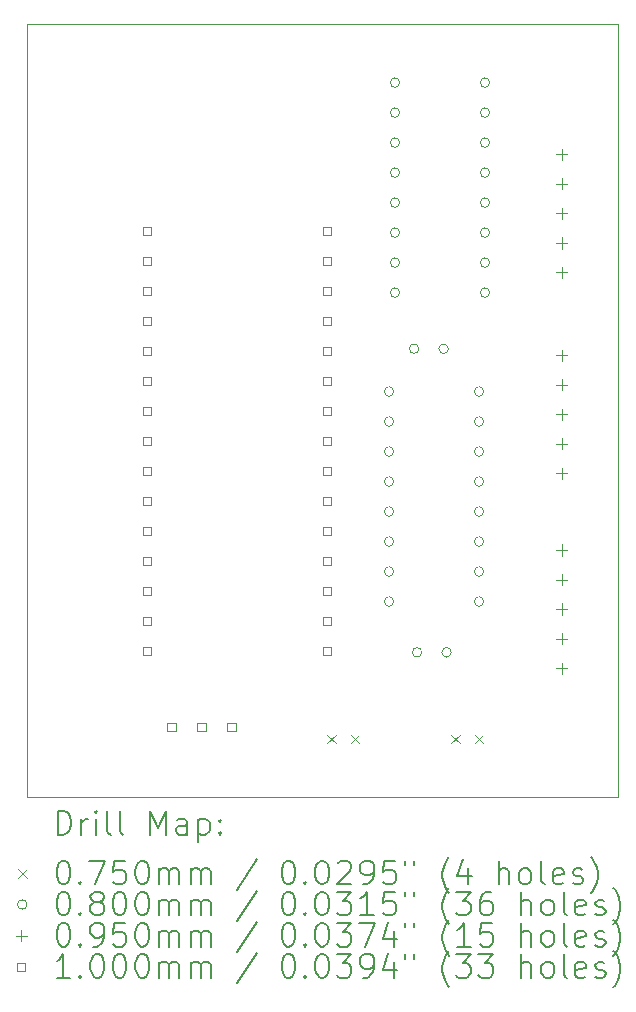
<source format=gbr>
%TF.GenerationSoftware,KiCad,Pcbnew,8.0.3*%
%TF.CreationDate,2024-06-17T15:26:27+02:00*%
%TF.ProjectId,OFMBearBoard1_0_Bruno,4f464d42-6561-4724-926f-617264315f30,1.1*%
%TF.SameCoordinates,Original*%
%TF.FileFunction,Drillmap*%
%TF.FilePolarity,Positive*%
%FSLAX45Y45*%
G04 Gerber Fmt 4.5, Leading zero omitted, Abs format (unit mm)*
G04 Created by KiCad (PCBNEW 8.0.3) date 2024-06-17 15:26:27*
%MOMM*%
%LPD*%
G01*
G04 APERTURE LIST*
%ADD10C,0.050000*%
%ADD11C,0.200000*%
%ADD12C,0.100000*%
G04 APERTURE END LIST*
D10*
X7925000Y-2145000D02*
X12925000Y-2145000D01*
X12925000Y-8695000D01*
X7925000Y-8695000D01*
X7925000Y-2145000D01*
D11*
D12*
X10462500Y-8162500D02*
X10537500Y-8237500D01*
X10537500Y-8162500D02*
X10462500Y-8237500D01*
X10662500Y-8162500D02*
X10737500Y-8237500D01*
X10737500Y-8162500D02*
X10662500Y-8237500D01*
X11512500Y-8162500D02*
X11587500Y-8237500D01*
X11587500Y-8162500D02*
X11512500Y-8237500D01*
X11712500Y-8162500D02*
X11787500Y-8237500D01*
X11787500Y-8162500D02*
X11712500Y-8237500D01*
X11028000Y-5258000D02*
G75*
G02*
X10948000Y-5258000I-40000J0D01*
G01*
X10948000Y-5258000D02*
G75*
G02*
X11028000Y-5258000I40000J0D01*
G01*
X11028000Y-5512000D02*
G75*
G02*
X10948000Y-5512000I-40000J0D01*
G01*
X10948000Y-5512000D02*
G75*
G02*
X11028000Y-5512000I40000J0D01*
G01*
X11028000Y-5766000D02*
G75*
G02*
X10948000Y-5766000I-40000J0D01*
G01*
X10948000Y-5766000D02*
G75*
G02*
X11028000Y-5766000I40000J0D01*
G01*
X11028000Y-6020000D02*
G75*
G02*
X10948000Y-6020000I-40000J0D01*
G01*
X10948000Y-6020000D02*
G75*
G02*
X11028000Y-6020000I40000J0D01*
G01*
X11028000Y-6274000D02*
G75*
G02*
X10948000Y-6274000I-40000J0D01*
G01*
X10948000Y-6274000D02*
G75*
G02*
X11028000Y-6274000I40000J0D01*
G01*
X11028000Y-6528000D02*
G75*
G02*
X10948000Y-6528000I-40000J0D01*
G01*
X10948000Y-6528000D02*
G75*
G02*
X11028000Y-6528000I40000J0D01*
G01*
X11028000Y-6782000D02*
G75*
G02*
X10948000Y-6782000I-40000J0D01*
G01*
X10948000Y-6782000D02*
G75*
G02*
X11028000Y-6782000I40000J0D01*
G01*
X11028000Y-7036000D02*
G75*
G02*
X10948000Y-7036000I-40000J0D01*
G01*
X10948000Y-7036000D02*
G75*
G02*
X11028000Y-7036000I40000J0D01*
G01*
X11078000Y-2642000D02*
G75*
G02*
X10998000Y-2642000I-40000J0D01*
G01*
X10998000Y-2642000D02*
G75*
G02*
X11078000Y-2642000I40000J0D01*
G01*
X11078000Y-2896000D02*
G75*
G02*
X10998000Y-2896000I-40000J0D01*
G01*
X10998000Y-2896000D02*
G75*
G02*
X11078000Y-2896000I40000J0D01*
G01*
X11078000Y-3150000D02*
G75*
G02*
X10998000Y-3150000I-40000J0D01*
G01*
X10998000Y-3150000D02*
G75*
G02*
X11078000Y-3150000I40000J0D01*
G01*
X11078000Y-3404000D02*
G75*
G02*
X10998000Y-3404000I-40000J0D01*
G01*
X10998000Y-3404000D02*
G75*
G02*
X11078000Y-3404000I40000J0D01*
G01*
X11078000Y-3658000D02*
G75*
G02*
X10998000Y-3658000I-40000J0D01*
G01*
X10998000Y-3658000D02*
G75*
G02*
X11078000Y-3658000I40000J0D01*
G01*
X11078000Y-3912000D02*
G75*
G02*
X10998000Y-3912000I-40000J0D01*
G01*
X10998000Y-3912000D02*
G75*
G02*
X11078000Y-3912000I40000J0D01*
G01*
X11078000Y-4166000D02*
G75*
G02*
X10998000Y-4166000I-40000J0D01*
G01*
X10998000Y-4166000D02*
G75*
G02*
X11078000Y-4166000I40000J0D01*
G01*
X11078000Y-4420000D02*
G75*
G02*
X10998000Y-4420000I-40000J0D01*
G01*
X10998000Y-4420000D02*
G75*
G02*
X11078000Y-4420000I40000J0D01*
G01*
X11240000Y-4896000D02*
G75*
G02*
X11160000Y-4896000I-40000J0D01*
G01*
X11160000Y-4896000D02*
G75*
G02*
X11240000Y-4896000I40000J0D01*
G01*
X11265000Y-7466000D02*
G75*
G02*
X11185000Y-7466000I-40000J0D01*
G01*
X11185000Y-7466000D02*
G75*
G02*
X11265000Y-7466000I40000J0D01*
G01*
X11490000Y-4896000D02*
G75*
G02*
X11410000Y-4896000I-40000J0D01*
G01*
X11410000Y-4896000D02*
G75*
G02*
X11490000Y-4896000I40000J0D01*
G01*
X11515000Y-7466000D02*
G75*
G02*
X11435000Y-7466000I-40000J0D01*
G01*
X11435000Y-7466000D02*
G75*
G02*
X11515000Y-7466000I40000J0D01*
G01*
X11790000Y-5258000D02*
G75*
G02*
X11710000Y-5258000I-40000J0D01*
G01*
X11710000Y-5258000D02*
G75*
G02*
X11790000Y-5258000I40000J0D01*
G01*
X11790000Y-5512000D02*
G75*
G02*
X11710000Y-5512000I-40000J0D01*
G01*
X11710000Y-5512000D02*
G75*
G02*
X11790000Y-5512000I40000J0D01*
G01*
X11790000Y-5766000D02*
G75*
G02*
X11710000Y-5766000I-40000J0D01*
G01*
X11710000Y-5766000D02*
G75*
G02*
X11790000Y-5766000I40000J0D01*
G01*
X11790000Y-6020000D02*
G75*
G02*
X11710000Y-6020000I-40000J0D01*
G01*
X11710000Y-6020000D02*
G75*
G02*
X11790000Y-6020000I40000J0D01*
G01*
X11790000Y-6274000D02*
G75*
G02*
X11710000Y-6274000I-40000J0D01*
G01*
X11710000Y-6274000D02*
G75*
G02*
X11790000Y-6274000I40000J0D01*
G01*
X11790000Y-6528000D02*
G75*
G02*
X11710000Y-6528000I-40000J0D01*
G01*
X11710000Y-6528000D02*
G75*
G02*
X11790000Y-6528000I40000J0D01*
G01*
X11790000Y-6782000D02*
G75*
G02*
X11710000Y-6782000I-40000J0D01*
G01*
X11710000Y-6782000D02*
G75*
G02*
X11790000Y-6782000I40000J0D01*
G01*
X11790000Y-7036000D02*
G75*
G02*
X11710000Y-7036000I-40000J0D01*
G01*
X11710000Y-7036000D02*
G75*
G02*
X11790000Y-7036000I40000J0D01*
G01*
X11840000Y-2642000D02*
G75*
G02*
X11760000Y-2642000I-40000J0D01*
G01*
X11760000Y-2642000D02*
G75*
G02*
X11840000Y-2642000I40000J0D01*
G01*
X11840000Y-2896000D02*
G75*
G02*
X11760000Y-2896000I-40000J0D01*
G01*
X11760000Y-2896000D02*
G75*
G02*
X11840000Y-2896000I40000J0D01*
G01*
X11840000Y-3150000D02*
G75*
G02*
X11760000Y-3150000I-40000J0D01*
G01*
X11760000Y-3150000D02*
G75*
G02*
X11840000Y-3150000I40000J0D01*
G01*
X11840000Y-3404000D02*
G75*
G02*
X11760000Y-3404000I-40000J0D01*
G01*
X11760000Y-3404000D02*
G75*
G02*
X11840000Y-3404000I40000J0D01*
G01*
X11840000Y-3658000D02*
G75*
G02*
X11760000Y-3658000I-40000J0D01*
G01*
X11760000Y-3658000D02*
G75*
G02*
X11840000Y-3658000I40000J0D01*
G01*
X11840000Y-3912000D02*
G75*
G02*
X11760000Y-3912000I-40000J0D01*
G01*
X11760000Y-3912000D02*
G75*
G02*
X11840000Y-3912000I40000J0D01*
G01*
X11840000Y-4166000D02*
G75*
G02*
X11760000Y-4166000I-40000J0D01*
G01*
X11760000Y-4166000D02*
G75*
G02*
X11840000Y-4166000I40000J0D01*
G01*
X11840000Y-4420000D02*
G75*
G02*
X11760000Y-4420000I-40000J0D01*
G01*
X11760000Y-4420000D02*
G75*
G02*
X11840000Y-4420000I40000J0D01*
G01*
X12450000Y-3202500D02*
X12450000Y-3297500D01*
X12402500Y-3250000D02*
X12497500Y-3250000D01*
X12450000Y-3452500D02*
X12450000Y-3547500D01*
X12402500Y-3500000D02*
X12497500Y-3500000D01*
X12450000Y-3702500D02*
X12450000Y-3797500D01*
X12402500Y-3750000D02*
X12497500Y-3750000D01*
X12450000Y-3952500D02*
X12450000Y-4047500D01*
X12402500Y-4000000D02*
X12497500Y-4000000D01*
X12450000Y-4202500D02*
X12450000Y-4297500D01*
X12402500Y-4250000D02*
X12497500Y-4250000D01*
X12450000Y-4902500D02*
X12450000Y-4997500D01*
X12402500Y-4950000D02*
X12497500Y-4950000D01*
X12450000Y-5152500D02*
X12450000Y-5247500D01*
X12402500Y-5200000D02*
X12497500Y-5200000D01*
X12450000Y-5402500D02*
X12450000Y-5497500D01*
X12402500Y-5450000D02*
X12497500Y-5450000D01*
X12450000Y-5652500D02*
X12450000Y-5747500D01*
X12402500Y-5700000D02*
X12497500Y-5700000D01*
X12450000Y-5902500D02*
X12450000Y-5997500D01*
X12402500Y-5950000D02*
X12497500Y-5950000D01*
X12450000Y-6552500D02*
X12450000Y-6647500D01*
X12402500Y-6600000D02*
X12497500Y-6600000D01*
X12450000Y-6802500D02*
X12450000Y-6897500D01*
X12402500Y-6850000D02*
X12497500Y-6850000D01*
X12450000Y-7052500D02*
X12450000Y-7147500D01*
X12402500Y-7100000D02*
X12497500Y-7100000D01*
X12450000Y-7302500D02*
X12450000Y-7397500D01*
X12402500Y-7350000D02*
X12497500Y-7350000D01*
X12450000Y-7552500D02*
X12450000Y-7647500D01*
X12402500Y-7600000D02*
X12497500Y-7600000D01*
X8972356Y-3934356D02*
X8972356Y-3863644D01*
X8901644Y-3863644D01*
X8901644Y-3934356D01*
X8972356Y-3934356D01*
X8972356Y-4188356D02*
X8972356Y-4117644D01*
X8901644Y-4117644D01*
X8901644Y-4188356D01*
X8972356Y-4188356D01*
X8972356Y-4442356D02*
X8972356Y-4371644D01*
X8901644Y-4371644D01*
X8901644Y-4442356D01*
X8972356Y-4442356D01*
X8972356Y-4696356D02*
X8972356Y-4625644D01*
X8901644Y-4625644D01*
X8901644Y-4696356D01*
X8972356Y-4696356D01*
X8972356Y-4950356D02*
X8972356Y-4879644D01*
X8901644Y-4879644D01*
X8901644Y-4950356D01*
X8972356Y-4950356D01*
X8972356Y-5204356D02*
X8972356Y-5133644D01*
X8901644Y-5133644D01*
X8901644Y-5204356D01*
X8972356Y-5204356D01*
X8972356Y-5458356D02*
X8972356Y-5387644D01*
X8901644Y-5387644D01*
X8901644Y-5458356D01*
X8972356Y-5458356D01*
X8972356Y-5712356D02*
X8972356Y-5641644D01*
X8901644Y-5641644D01*
X8901644Y-5712356D01*
X8972356Y-5712356D01*
X8972356Y-5966356D02*
X8972356Y-5895644D01*
X8901644Y-5895644D01*
X8901644Y-5966356D01*
X8972356Y-5966356D01*
X8972356Y-6220356D02*
X8972356Y-6149644D01*
X8901644Y-6149644D01*
X8901644Y-6220356D01*
X8972356Y-6220356D01*
X8972356Y-6474356D02*
X8972356Y-6403644D01*
X8901644Y-6403644D01*
X8901644Y-6474356D01*
X8972356Y-6474356D01*
X8972356Y-6728356D02*
X8972356Y-6657644D01*
X8901644Y-6657644D01*
X8901644Y-6728356D01*
X8972356Y-6728356D01*
X8972356Y-6982356D02*
X8972356Y-6911644D01*
X8901644Y-6911644D01*
X8901644Y-6982356D01*
X8972356Y-6982356D01*
X8972356Y-7236356D02*
X8972356Y-7165644D01*
X8901644Y-7165644D01*
X8901644Y-7236356D01*
X8972356Y-7236356D01*
X8972356Y-7490356D02*
X8972356Y-7419644D01*
X8901644Y-7419644D01*
X8901644Y-7490356D01*
X8972356Y-7490356D01*
X9182856Y-8135356D02*
X9182856Y-8064644D01*
X9112144Y-8064644D01*
X9112144Y-8135356D01*
X9182856Y-8135356D01*
X9436856Y-8135356D02*
X9436856Y-8064644D01*
X9366144Y-8064644D01*
X9366144Y-8135356D01*
X9436856Y-8135356D01*
X9690856Y-8135356D02*
X9690856Y-8064644D01*
X9620144Y-8064644D01*
X9620144Y-8135356D01*
X9690856Y-8135356D01*
X10496356Y-3934356D02*
X10496356Y-3863644D01*
X10425644Y-3863644D01*
X10425644Y-3934356D01*
X10496356Y-3934356D01*
X10496356Y-4188356D02*
X10496356Y-4117644D01*
X10425644Y-4117644D01*
X10425644Y-4188356D01*
X10496356Y-4188356D01*
X10496356Y-4442356D02*
X10496356Y-4371644D01*
X10425644Y-4371644D01*
X10425644Y-4442356D01*
X10496356Y-4442356D01*
X10496356Y-4696356D02*
X10496356Y-4625644D01*
X10425644Y-4625644D01*
X10425644Y-4696356D01*
X10496356Y-4696356D01*
X10496356Y-4950356D02*
X10496356Y-4879644D01*
X10425644Y-4879644D01*
X10425644Y-4950356D01*
X10496356Y-4950356D01*
X10496356Y-5204356D02*
X10496356Y-5133644D01*
X10425644Y-5133644D01*
X10425644Y-5204356D01*
X10496356Y-5204356D01*
X10496356Y-5458356D02*
X10496356Y-5387644D01*
X10425644Y-5387644D01*
X10425644Y-5458356D01*
X10496356Y-5458356D01*
X10496356Y-5712356D02*
X10496356Y-5641644D01*
X10425644Y-5641644D01*
X10425644Y-5712356D01*
X10496356Y-5712356D01*
X10496356Y-5966356D02*
X10496356Y-5895644D01*
X10425644Y-5895644D01*
X10425644Y-5966356D01*
X10496356Y-5966356D01*
X10496356Y-6220356D02*
X10496356Y-6149644D01*
X10425644Y-6149644D01*
X10425644Y-6220356D01*
X10496356Y-6220356D01*
X10496356Y-6474356D02*
X10496356Y-6403644D01*
X10425644Y-6403644D01*
X10425644Y-6474356D01*
X10496356Y-6474356D01*
X10496356Y-6728356D02*
X10496356Y-6657644D01*
X10425644Y-6657644D01*
X10425644Y-6728356D01*
X10496356Y-6728356D01*
X10496356Y-6982356D02*
X10496356Y-6911644D01*
X10425644Y-6911644D01*
X10425644Y-6982356D01*
X10496356Y-6982356D01*
X10496356Y-7236356D02*
X10496356Y-7165644D01*
X10425644Y-7165644D01*
X10425644Y-7236356D01*
X10496356Y-7236356D01*
X10496356Y-7490356D02*
X10496356Y-7419644D01*
X10425644Y-7419644D01*
X10425644Y-7490356D01*
X10496356Y-7490356D01*
D11*
X8183277Y-9008984D02*
X8183277Y-8808984D01*
X8183277Y-8808984D02*
X8230896Y-8808984D01*
X8230896Y-8808984D02*
X8259467Y-8818508D01*
X8259467Y-8818508D02*
X8278515Y-8837555D01*
X8278515Y-8837555D02*
X8288039Y-8856603D01*
X8288039Y-8856603D02*
X8297562Y-8894698D01*
X8297562Y-8894698D02*
X8297562Y-8923270D01*
X8297562Y-8923270D02*
X8288039Y-8961365D01*
X8288039Y-8961365D02*
X8278515Y-8980412D01*
X8278515Y-8980412D02*
X8259467Y-8999460D01*
X8259467Y-8999460D02*
X8230896Y-9008984D01*
X8230896Y-9008984D02*
X8183277Y-9008984D01*
X8383277Y-9008984D02*
X8383277Y-8875650D01*
X8383277Y-8913746D02*
X8392801Y-8894698D01*
X8392801Y-8894698D02*
X8402324Y-8885174D01*
X8402324Y-8885174D02*
X8421372Y-8875650D01*
X8421372Y-8875650D02*
X8440420Y-8875650D01*
X8507086Y-9008984D02*
X8507086Y-8875650D01*
X8507086Y-8808984D02*
X8497563Y-8818508D01*
X8497563Y-8818508D02*
X8507086Y-8828031D01*
X8507086Y-8828031D02*
X8516610Y-8818508D01*
X8516610Y-8818508D02*
X8507086Y-8808984D01*
X8507086Y-8808984D02*
X8507086Y-8828031D01*
X8630896Y-9008984D02*
X8611848Y-8999460D01*
X8611848Y-8999460D02*
X8602324Y-8980412D01*
X8602324Y-8980412D02*
X8602324Y-8808984D01*
X8735658Y-9008984D02*
X8716610Y-8999460D01*
X8716610Y-8999460D02*
X8707086Y-8980412D01*
X8707086Y-8980412D02*
X8707086Y-8808984D01*
X8964229Y-9008984D02*
X8964229Y-8808984D01*
X8964229Y-8808984D02*
X9030896Y-8951841D01*
X9030896Y-8951841D02*
X9097563Y-8808984D01*
X9097563Y-8808984D02*
X9097563Y-9008984D01*
X9278515Y-9008984D02*
X9278515Y-8904222D01*
X9278515Y-8904222D02*
X9268991Y-8885174D01*
X9268991Y-8885174D02*
X9249944Y-8875650D01*
X9249944Y-8875650D02*
X9211848Y-8875650D01*
X9211848Y-8875650D02*
X9192801Y-8885174D01*
X9278515Y-8999460D02*
X9259467Y-9008984D01*
X9259467Y-9008984D02*
X9211848Y-9008984D01*
X9211848Y-9008984D02*
X9192801Y-8999460D01*
X9192801Y-8999460D02*
X9183277Y-8980412D01*
X9183277Y-8980412D02*
X9183277Y-8961365D01*
X9183277Y-8961365D02*
X9192801Y-8942317D01*
X9192801Y-8942317D02*
X9211848Y-8932793D01*
X9211848Y-8932793D02*
X9259467Y-8932793D01*
X9259467Y-8932793D02*
X9278515Y-8923270D01*
X9373753Y-8875650D02*
X9373753Y-9075650D01*
X9373753Y-8885174D02*
X9392801Y-8875650D01*
X9392801Y-8875650D02*
X9430896Y-8875650D01*
X9430896Y-8875650D02*
X9449944Y-8885174D01*
X9449944Y-8885174D02*
X9459467Y-8894698D01*
X9459467Y-8894698D02*
X9468991Y-8913746D01*
X9468991Y-8913746D02*
X9468991Y-8970889D01*
X9468991Y-8970889D02*
X9459467Y-8989936D01*
X9459467Y-8989936D02*
X9449944Y-8999460D01*
X9449944Y-8999460D02*
X9430896Y-9008984D01*
X9430896Y-9008984D02*
X9392801Y-9008984D01*
X9392801Y-9008984D02*
X9373753Y-8999460D01*
X9554705Y-8989936D02*
X9564229Y-8999460D01*
X9564229Y-8999460D02*
X9554705Y-9008984D01*
X9554705Y-9008984D02*
X9545182Y-8999460D01*
X9545182Y-8999460D02*
X9554705Y-8989936D01*
X9554705Y-8989936D02*
X9554705Y-9008984D01*
X9554705Y-8885174D02*
X9564229Y-8894698D01*
X9564229Y-8894698D02*
X9554705Y-8904222D01*
X9554705Y-8904222D02*
X9545182Y-8894698D01*
X9545182Y-8894698D02*
X9554705Y-8885174D01*
X9554705Y-8885174D02*
X9554705Y-8904222D01*
D12*
X7847500Y-9300000D02*
X7922500Y-9375000D01*
X7922500Y-9300000D02*
X7847500Y-9375000D01*
D11*
X8221372Y-9228984D02*
X8240420Y-9228984D01*
X8240420Y-9228984D02*
X8259467Y-9238508D01*
X8259467Y-9238508D02*
X8268991Y-9248031D01*
X8268991Y-9248031D02*
X8278515Y-9267079D01*
X8278515Y-9267079D02*
X8288039Y-9305174D01*
X8288039Y-9305174D02*
X8288039Y-9352793D01*
X8288039Y-9352793D02*
X8278515Y-9390889D01*
X8278515Y-9390889D02*
X8268991Y-9409936D01*
X8268991Y-9409936D02*
X8259467Y-9419460D01*
X8259467Y-9419460D02*
X8240420Y-9428984D01*
X8240420Y-9428984D02*
X8221372Y-9428984D01*
X8221372Y-9428984D02*
X8202324Y-9419460D01*
X8202324Y-9419460D02*
X8192801Y-9409936D01*
X8192801Y-9409936D02*
X8183277Y-9390889D01*
X8183277Y-9390889D02*
X8173753Y-9352793D01*
X8173753Y-9352793D02*
X8173753Y-9305174D01*
X8173753Y-9305174D02*
X8183277Y-9267079D01*
X8183277Y-9267079D02*
X8192801Y-9248031D01*
X8192801Y-9248031D02*
X8202324Y-9238508D01*
X8202324Y-9238508D02*
X8221372Y-9228984D01*
X8373753Y-9409936D02*
X8383277Y-9419460D01*
X8383277Y-9419460D02*
X8373753Y-9428984D01*
X8373753Y-9428984D02*
X8364229Y-9419460D01*
X8364229Y-9419460D02*
X8373753Y-9409936D01*
X8373753Y-9409936D02*
X8373753Y-9428984D01*
X8449944Y-9228984D02*
X8583277Y-9228984D01*
X8583277Y-9228984D02*
X8497563Y-9428984D01*
X8754705Y-9228984D02*
X8659467Y-9228984D01*
X8659467Y-9228984D02*
X8649944Y-9324222D01*
X8649944Y-9324222D02*
X8659467Y-9314698D01*
X8659467Y-9314698D02*
X8678515Y-9305174D01*
X8678515Y-9305174D02*
X8726134Y-9305174D01*
X8726134Y-9305174D02*
X8745182Y-9314698D01*
X8745182Y-9314698D02*
X8754705Y-9324222D01*
X8754705Y-9324222D02*
X8764229Y-9343270D01*
X8764229Y-9343270D02*
X8764229Y-9390889D01*
X8764229Y-9390889D02*
X8754705Y-9409936D01*
X8754705Y-9409936D02*
X8745182Y-9419460D01*
X8745182Y-9419460D02*
X8726134Y-9428984D01*
X8726134Y-9428984D02*
X8678515Y-9428984D01*
X8678515Y-9428984D02*
X8659467Y-9419460D01*
X8659467Y-9419460D02*
X8649944Y-9409936D01*
X8888039Y-9228984D02*
X8907086Y-9228984D01*
X8907086Y-9228984D02*
X8926134Y-9238508D01*
X8926134Y-9238508D02*
X8935658Y-9248031D01*
X8935658Y-9248031D02*
X8945182Y-9267079D01*
X8945182Y-9267079D02*
X8954705Y-9305174D01*
X8954705Y-9305174D02*
X8954705Y-9352793D01*
X8954705Y-9352793D02*
X8945182Y-9390889D01*
X8945182Y-9390889D02*
X8935658Y-9409936D01*
X8935658Y-9409936D02*
X8926134Y-9419460D01*
X8926134Y-9419460D02*
X8907086Y-9428984D01*
X8907086Y-9428984D02*
X8888039Y-9428984D01*
X8888039Y-9428984D02*
X8868991Y-9419460D01*
X8868991Y-9419460D02*
X8859467Y-9409936D01*
X8859467Y-9409936D02*
X8849944Y-9390889D01*
X8849944Y-9390889D02*
X8840420Y-9352793D01*
X8840420Y-9352793D02*
X8840420Y-9305174D01*
X8840420Y-9305174D02*
X8849944Y-9267079D01*
X8849944Y-9267079D02*
X8859467Y-9248031D01*
X8859467Y-9248031D02*
X8868991Y-9238508D01*
X8868991Y-9238508D02*
X8888039Y-9228984D01*
X9040420Y-9428984D02*
X9040420Y-9295650D01*
X9040420Y-9314698D02*
X9049944Y-9305174D01*
X9049944Y-9305174D02*
X9068991Y-9295650D01*
X9068991Y-9295650D02*
X9097563Y-9295650D01*
X9097563Y-9295650D02*
X9116610Y-9305174D01*
X9116610Y-9305174D02*
X9126134Y-9324222D01*
X9126134Y-9324222D02*
X9126134Y-9428984D01*
X9126134Y-9324222D02*
X9135658Y-9305174D01*
X9135658Y-9305174D02*
X9154705Y-9295650D01*
X9154705Y-9295650D02*
X9183277Y-9295650D01*
X9183277Y-9295650D02*
X9202325Y-9305174D01*
X9202325Y-9305174D02*
X9211848Y-9324222D01*
X9211848Y-9324222D02*
X9211848Y-9428984D01*
X9307086Y-9428984D02*
X9307086Y-9295650D01*
X9307086Y-9314698D02*
X9316610Y-9305174D01*
X9316610Y-9305174D02*
X9335658Y-9295650D01*
X9335658Y-9295650D02*
X9364229Y-9295650D01*
X9364229Y-9295650D02*
X9383277Y-9305174D01*
X9383277Y-9305174D02*
X9392801Y-9324222D01*
X9392801Y-9324222D02*
X9392801Y-9428984D01*
X9392801Y-9324222D02*
X9402325Y-9305174D01*
X9402325Y-9305174D02*
X9421372Y-9295650D01*
X9421372Y-9295650D02*
X9449944Y-9295650D01*
X9449944Y-9295650D02*
X9468991Y-9305174D01*
X9468991Y-9305174D02*
X9478515Y-9324222D01*
X9478515Y-9324222D02*
X9478515Y-9428984D01*
X9868991Y-9219460D02*
X9697563Y-9476603D01*
X10126134Y-9228984D02*
X10145182Y-9228984D01*
X10145182Y-9228984D02*
X10164229Y-9238508D01*
X10164229Y-9238508D02*
X10173753Y-9248031D01*
X10173753Y-9248031D02*
X10183277Y-9267079D01*
X10183277Y-9267079D02*
X10192801Y-9305174D01*
X10192801Y-9305174D02*
X10192801Y-9352793D01*
X10192801Y-9352793D02*
X10183277Y-9390889D01*
X10183277Y-9390889D02*
X10173753Y-9409936D01*
X10173753Y-9409936D02*
X10164229Y-9419460D01*
X10164229Y-9419460D02*
X10145182Y-9428984D01*
X10145182Y-9428984D02*
X10126134Y-9428984D01*
X10126134Y-9428984D02*
X10107087Y-9419460D01*
X10107087Y-9419460D02*
X10097563Y-9409936D01*
X10097563Y-9409936D02*
X10088039Y-9390889D01*
X10088039Y-9390889D02*
X10078515Y-9352793D01*
X10078515Y-9352793D02*
X10078515Y-9305174D01*
X10078515Y-9305174D02*
X10088039Y-9267079D01*
X10088039Y-9267079D02*
X10097563Y-9248031D01*
X10097563Y-9248031D02*
X10107087Y-9238508D01*
X10107087Y-9238508D02*
X10126134Y-9228984D01*
X10278515Y-9409936D02*
X10288039Y-9419460D01*
X10288039Y-9419460D02*
X10278515Y-9428984D01*
X10278515Y-9428984D02*
X10268991Y-9419460D01*
X10268991Y-9419460D02*
X10278515Y-9409936D01*
X10278515Y-9409936D02*
X10278515Y-9428984D01*
X10411848Y-9228984D02*
X10430896Y-9228984D01*
X10430896Y-9228984D02*
X10449944Y-9238508D01*
X10449944Y-9238508D02*
X10459468Y-9248031D01*
X10459468Y-9248031D02*
X10468991Y-9267079D01*
X10468991Y-9267079D02*
X10478515Y-9305174D01*
X10478515Y-9305174D02*
X10478515Y-9352793D01*
X10478515Y-9352793D02*
X10468991Y-9390889D01*
X10468991Y-9390889D02*
X10459468Y-9409936D01*
X10459468Y-9409936D02*
X10449944Y-9419460D01*
X10449944Y-9419460D02*
X10430896Y-9428984D01*
X10430896Y-9428984D02*
X10411848Y-9428984D01*
X10411848Y-9428984D02*
X10392801Y-9419460D01*
X10392801Y-9419460D02*
X10383277Y-9409936D01*
X10383277Y-9409936D02*
X10373753Y-9390889D01*
X10373753Y-9390889D02*
X10364229Y-9352793D01*
X10364229Y-9352793D02*
X10364229Y-9305174D01*
X10364229Y-9305174D02*
X10373753Y-9267079D01*
X10373753Y-9267079D02*
X10383277Y-9248031D01*
X10383277Y-9248031D02*
X10392801Y-9238508D01*
X10392801Y-9238508D02*
X10411848Y-9228984D01*
X10554706Y-9248031D02*
X10564229Y-9238508D01*
X10564229Y-9238508D02*
X10583277Y-9228984D01*
X10583277Y-9228984D02*
X10630896Y-9228984D01*
X10630896Y-9228984D02*
X10649944Y-9238508D01*
X10649944Y-9238508D02*
X10659468Y-9248031D01*
X10659468Y-9248031D02*
X10668991Y-9267079D01*
X10668991Y-9267079D02*
X10668991Y-9286127D01*
X10668991Y-9286127D02*
X10659468Y-9314698D01*
X10659468Y-9314698D02*
X10545182Y-9428984D01*
X10545182Y-9428984D02*
X10668991Y-9428984D01*
X10764229Y-9428984D02*
X10802325Y-9428984D01*
X10802325Y-9428984D02*
X10821372Y-9419460D01*
X10821372Y-9419460D02*
X10830896Y-9409936D01*
X10830896Y-9409936D02*
X10849944Y-9381365D01*
X10849944Y-9381365D02*
X10859468Y-9343270D01*
X10859468Y-9343270D02*
X10859468Y-9267079D01*
X10859468Y-9267079D02*
X10849944Y-9248031D01*
X10849944Y-9248031D02*
X10840420Y-9238508D01*
X10840420Y-9238508D02*
X10821372Y-9228984D01*
X10821372Y-9228984D02*
X10783277Y-9228984D01*
X10783277Y-9228984D02*
X10764229Y-9238508D01*
X10764229Y-9238508D02*
X10754706Y-9248031D01*
X10754706Y-9248031D02*
X10745182Y-9267079D01*
X10745182Y-9267079D02*
X10745182Y-9314698D01*
X10745182Y-9314698D02*
X10754706Y-9333746D01*
X10754706Y-9333746D02*
X10764229Y-9343270D01*
X10764229Y-9343270D02*
X10783277Y-9352793D01*
X10783277Y-9352793D02*
X10821372Y-9352793D01*
X10821372Y-9352793D02*
X10840420Y-9343270D01*
X10840420Y-9343270D02*
X10849944Y-9333746D01*
X10849944Y-9333746D02*
X10859468Y-9314698D01*
X11040420Y-9228984D02*
X10945182Y-9228984D01*
X10945182Y-9228984D02*
X10935658Y-9324222D01*
X10935658Y-9324222D02*
X10945182Y-9314698D01*
X10945182Y-9314698D02*
X10964229Y-9305174D01*
X10964229Y-9305174D02*
X11011849Y-9305174D01*
X11011849Y-9305174D02*
X11030896Y-9314698D01*
X11030896Y-9314698D02*
X11040420Y-9324222D01*
X11040420Y-9324222D02*
X11049944Y-9343270D01*
X11049944Y-9343270D02*
X11049944Y-9390889D01*
X11049944Y-9390889D02*
X11040420Y-9409936D01*
X11040420Y-9409936D02*
X11030896Y-9419460D01*
X11030896Y-9419460D02*
X11011849Y-9428984D01*
X11011849Y-9428984D02*
X10964229Y-9428984D01*
X10964229Y-9428984D02*
X10945182Y-9419460D01*
X10945182Y-9419460D02*
X10935658Y-9409936D01*
X11126134Y-9228984D02*
X11126134Y-9267079D01*
X11202325Y-9228984D02*
X11202325Y-9267079D01*
X11497563Y-9505174D02*
X11488039Y-9495650D01*
X11488039Y-9495650D02*
X11468991Y-9467079D01*
X11468991Y-9467079D02*
X11459468Y-9448031D01*
X11459468Y-9448031D02*
X11449944Y-9419460D01*
X11449944Y-9419460D02*
X11440420Y-9371841D01*
X11440420Y-9371841D02*
X11440420Y-9333746D01*
X11440420Y-9333746D02*
X11449944Y-9286127D01*
X11449944Y-9286127D02*
X11459468Y-9257555D01*
X11459468Y-9257555D02*
X11468991Y-9238508D01*
X11468991Y-9238508D02*
X11488039Y-9209936D01*
X11488039Y-9209936D02*
X11497563Y-9200412D01*
X11659468Y-9295650D02*
X11659468Y-9428984D01*
X11611848Y-9219460D02*
X11564229Y-9362317D01*
X11564229Y-9362317D02*
X11688039Y-9362317D01*
X11916610Y-9428984D02*
X11916610Y-9228984D01*
X12002325Y-9428984D02*
X12002325Y-9324222D01*
X12002325Y-9324222D02*
X11992801Y-9305174D01*
X11992801Y-9305174D02*
X11973753Y-9295650D01*
X11973753Y-9295650D02*
X11945182Y-9295650D01*
X11945182Y-9295650D02*
X11926134Y-9305174D01*
X11926134Y-9305174D02*
X11916610Y-9314698D01*
X12126134Y-9428984D02*
X12107087Y-9419460D01*
X12107087Y-9419460D02*
X12097563Y-9409936D01*
X12097563Y-9409936D02*
X12088039Y-9390889D01*
X12088039Y-9390889D02*
X12088039Y-9333746D01*
X12088039Y-9333746D02*
X12097563Y-9314698D01*
X12097563Y-9314698D02*
X12107087Y-9305174D01*
X12107087Y-9305174D02*
X12126134Y-9295650D01*
X12126134Y-9295650D02*
X12154706Y-9295650D01*
X12154706Y-9295650D02*
X12173753Y-9305174D01*
X12173753Y-9305174D02*
X12183277Y-9314698D01*
X12183277Y-9314698D02*
X12192801Y-9333746D01*
X12192801Y-9333746D02*
X12192801Y-9390889D01*
X12192801Y-9390889D02*
X12183277Y-9409936D01*
X12183277Y-9409936D02*
X12173753Y-9419460D01*
X12173753Y-9419460D02*
X12154706Y-9428984D01*
X12154706Y-9428984D02*
X12126134Y-9428984D01*
X12307087Y-9428984D02*
X12288039Y-9419460D01*
X12288039Y-9419460D02*
X12278515Y-9400412D01*
X12278515Y-9400412D02*
X12278515Y-9228984D01*
X12459468Y-9419460D02*
X12440420Y-9428984D01*
X12440420Y-9428984D02*
X12402325Y-9428984D01*
X12402325Y-9428984D02*
X12383277Y-9419460D01*
X12383277Y-9419460D02*
X12373753Y-9400412D01*
X12373753Y-9400412D02*
X12373753Y-9324222D01*
X12373753Y-9324222D02*
X12383277Y-9305174D01*
X12383277Y-9305174D02*
X12402325Y-9295650D01*
X12402325Y-9295650D02*
X12440420Y-9295650D01*
X12440420Y-9295650D02*
X12459468Y-9305174D01*
X12459468Y-9305174D02*
X12468991Y-9324222D01*
X12468991Y-9324222D02*
X12468991Y-9343270D01*
X12468991Y-9343270D02*
X12373753Y-9362317D01*
X12545182Y-9419460D02*
X12564230Y-9428984D01*
X12564230Y-9428984D02*
X12602325Y-9428984D01*
X12602325Y-9428984D02*
X12621372Y-9419460D01*
X12621372Y-9419460D02*
X12630896Y-9400412D01*
X12630896Y-9400412D02*
X12630896Y-9390889D01*
X12630896Y-9390889D02*
X12621372Y-9371841D01*
X12621372Y-9371841D02*
X12602325Y-9362317D01*
X12602325Y-9362317D02*
X12573753Y-9362317D01*
X12573753Y-9362317D02*
X12554706Y-9352793D01*
X12554706Y-9352793D02*
X12545182Y-9333746D01*
X12545182Y-9333746D02*
X12545182Y-9324222D01*
X12545182Y-9324222D02*
X12554706Y-9305174D01*
X12554706Y-9305174D02*
X12573753Y-9295650D01*
X12573753Y-9295650D02*
X12602325Y-9295650D01*
X12602325Y-9295650D02*
X12621372Y-9305174D01*
X12697563Y-9505174D02*
X12707087Y-9495650D01*
X12707087Y-9495650D02*
X12726134Y-9467079D01*
X12726134Y-9467079D02*
X12735658Y-9448031D01*
X12735658Y-9448031D02*
X12745182Y-9419460D01*
X12745182Y-9419460D02*
X12754706Y-9371841D01*
X12754706Y-9371841D02*
X12754706Y-9333746D01*
X12754706Y-9333746D02*
X12745182Y-9286127D01*
X12745182Y-9286127D02*
X12735658Y-9257555D01*
X12735658Y-9257555D02*
X12726134Y-9238508D01*
X12726134Y-9238508D02*
X12707087Y-9209936D01*
X12707087Y-9209936D02*
X12697563Y-9200412D01*
D12*
X7922500Y-9601500D02*
G75*
G02*
X7842500Y-9601500I-40000J0D01*
G01*
X7842500Y-9601500D02*
G75*
G02*
X7922500Y-9601500I40000J0D01*
G01*
D11*
X8221372Y-9492984D02*
X8240420Y-9492984D01*
X8240420Y-9492984D02*
X8259467Y-9502508D01*
X8259467Y-9502508D02*
X8268991Y-9512031D01*
X8268991Y-9512031D02*
X8278515Y-9531079D01*
X8278515Y-9531079D02*
X8288039Y-9569174D01*
X8288039Y-9569174D02*
X8288039Y-9616793D01*
X8288039Y-9616793D02*
X8278515Y-9654889D01*
X8278515Y-9654889D02*
X8268991Y-9673936D01*
X8268991Y-9673936D02*
X8259467Y-9683460D01*
X8259467Y-9683460D02*
X8240420Y-9692984D01*
X8240420Y-9692984D02*
X8221372Y-9692984D01*
X8221372Y-9692984D02*
X8202324Y-9683460D01*
X8202324Y-9683460D02*
X8192801Y-9673936D01*
X8192801Y-9673936D02*
X8183277Y-9654889D01*
X8183277Y-9654889D02*
X8173753Y-9616793D01*
X8173753Y-9616793D02*
X8173753Y-9569174D01*
X8173753Y-9569174D02*
X8183277Y-9531079D01*
X8183277Y-9531079D02*
X8192801Y-9512031D01*
X8192801Y-9512031D02*
X8202324Y-9502508D01*
X8202324Y-9502508D02*
X8221372Y-9492984D01*
X8373753Y-9673936D02*
X8383277Y-9683460D01*
X8383277Y-9683460D02*
X8373753Y-9692984D01*
X8373753Y-9692984D02*
X8364229Y-9683460D01*
X8364229Y-9683460D02*
X8373753Y-9673936D01*
X8373753Y-9673936D02*
X8373753Y-9692984D01*
X8497563Y-9578698D02*
X8478515Y-9569174D01*
X8478515Y-9569174D02*
X8468991Y-9559650D01*
X8468991Y-9559650D02*
X8459467Y-9540603D01*
X8459467Y-9540603D02*
X8459467Y-9531079D01*
X8459467Y-9531079D02*
X8468991Y-9512031D01*
X8468991Y-9512031D02*
X8478515Y-9502508D01*
X8478515Y-9502508D02*
X8497563Y-9492984D01*
X8497563Y-9492984D02*
X8535658Y-9492984D01*
X8535658Y-9492984D02*
X8554705Y-9502508D01*
X8554705Y-9502508D02*
X8564229Y-9512031D01*
X8564229Y-9512031D02*
X8573753Y-9531079D01*
X8573753Y-9531079D02*
X8573753Y-9540603D01*
X8573753Y-9540603D02*
X8564229Y-9559650D01*
X8564229Y-9559650D02*
X8554705Y-9569174D01*
X8554705Y-9569174D02*
X8535658Y-9578698D01*
X8535658Y-9578698D02*
X8497563Y-9578698D01*
X8497563Y-9578698D02*
X8478515Y-9588222D01*
X8478515Y-9588222D02*
X8468991Y-9597746D01*
X8468991Y-9597746D02*
X8459467Y-9616793D01*
X8459467Y-9616793D02*
X8459467Y-9654889D01*
X8459467Y-9654889D02*
X8468991Y-9673936D01*
X8468991Y-9673936D02*
X8478515Y-9683460D01*
X8478515Y-9683460D02*
X8497563Y-9692984D01*
X8497563Y-9692984D02*
X8535658Y-9692984D01*
X8535658Y-9692984D02*
X8554705Y-9683460D01*
X8554705Y-9683460D02*
X8564229Y-9673936D01*
X8564229Y-9673936D02*
X8573753Y-9654889D01*
X8573753Y-9654889D02*
X8573753Y-9616793D01*
X8573753Y-9616793D02*
X8564229Y-9597746D01*
X8564229Y-9597746D02*
X8554705Y-9588222D01*
X8554705Y-9588222D02*
X8535658Y-9578698D01*
X8697563Y-9492984D02*
X8716610Y-9492984D01*
X8716610Y-9492984D02*
X8735658Y-9502508D01*
X8735658Y-9502508D02*
X8745182Y-9512031D01*
X8745182Y-9512031D02*
X8754705Y-9531079D01*
X8754705Y-9531079D02*
X8764229Y-9569174D01*
X8764229Y-9569174D02*
X8764229Y-9616793D01*
X8764229Y-9616793D02*
X8754705Y-9654889D01*
X8754705Y-9654889D02*
X8745182Y-9673936D01*
X8745182Y-9673936D02*
X8735658Y-9683460D01*
X8735658Y-9683460D02*
X8716610Y-9692984D01*
X8716610Y-9692984D02*
X8697563Y-9692984D01*
X8697563Y-9692984D02*
X8678515Y-9683460D01*
X8678515Y-9683460D02*
X8668991Y-9673936D01*
X8668991Y-9673936D02*
X8659467Y-9654889D01*
X8659467Y-9654889D02*
X8649944Y-9616793D01*
X8649944Y-9616793D02*
X8649944Y-9569174D01*
X8649944Y-9569174D02*
X8659467Y-9531079D01*
X8659467Y-9531079D02*
X8668991Y-9512031D01*
X8668991Y-9512031D02*
X8678515Y-9502508D01*
X8678515Y-9502508D02*
X8697563Y-9492984D01*
X8888039Y-9492984D02*
X8907086Y-9492984D01*
X8907086Y-9492984D02*
X8926134Y-9502508D01*
X8926134Y-9502508D02*
X8935658Y-9512031D01*
X8935658Y-9512031D02*
X8945182Y-9531079D01*
X8945182Y-9531079D02*
X8954705Y-9569174D01*
X8954705Y-9569174D02*
X8954705Y-9616793D01*
X8954705Y-9616793D02*
X8945182Y-9654889D01*
X8945182Y-9654889D02*
X8935658Y-9673936D01*
X8935658Y-9673936D02*
X8926134Y-9683460D01*
X8926134Y-9683460D02*
X8907086Y-9692984D01*
X8907086Y-9692984D02*
X8888039Y-9692984D01*
X8888039Y-9692984D02*
X8868991Y-9683460D01*
X8868991Y-9683460D02*
X8859467Y-9673936D01*
X8859467Y-9673936D02*
X8849944Y-9654889D01*
X8849944Y-9654889D02*
X8840420Y-9616793D01*
X8840420Y-9616793D02*
X8840420Y-9569174D01*
X8840420Y-9569174D02*
X8849944Y-9531079D01*
X8849944Y-9531079D02*
X8859467Y-9512031D01*
X8859467Y-9512031D02*
X8868991Y-9502508D01*
X8868991Y-9502508D02*
X8888039Y-9492984D01*
X9040420Y-9692984D02*
X9040420Y-9559650D01*
X9040420Y-9578698D02*
X9049944Y-9569174D01*
X9049944Y-9569174D02*
X9068991Y-9559650D01*
X9068991Y-9559650D02*
X9097563Y-9559650D01*
X9097563Y-9559650D02*
X9116610Y-9569174D01*
X9116610Y-9569174D02*
X9126134Y-9588222D01*
X9126134Y-9588222D02*
X9126134Y-9692984D01*
X9126134Y-9588222D02*
X9135658Y-9569174D01*
X9135658Y-9569174D02*
X9154705Y-9559650D01*
X9154705Y-9559650D02*
X9183277Y-9559650D01*
X9183277Y-9559650D02*
X9202325Y-9569174D01*
X9202325Y-9569174D02*
X9211848Y-9588222D01*
X9211848Y-9588222D02*
X9211848Y-9692984D01*
X9307086Y-9692984D02*
X9307086Y-9559650D01*
X9307086Y-9578698D02*
X9316610Y-9569174D01*
X9316610Y-9569174D02*
X9335658Y-9559650D01*
X9335658Y-9559650D02*
X9364229Y-9559650D01*
X9364229Y-9559650D02*
X9383277Y-9569174D01*
X9383277Y-9569174D02*
X9392801Y-9588222D01*
X9392801Y-9588222D02*
X9392801Y-9692984D01*
X9392801Y-9588222D02*
X9402325Y-9569174D01*
X9402325Y-9569174D02*
X9421372Y-9559650D01*
X9421372Y-9559650D02*
X9449944Y-9559650D01*
X9449944Y-9559650D02*
X9468991Y-9569174D01*
X9468991Y-9569174D02*
X9478515Y-9588222D01*
X9478515Y-9588222D02*
X9478515Y-9692984D01*
X9868991Y-9483460D02*
X9697563Y-9740603D01*
X10126134Y-9492984D02*
X10145182Y-9492984D01*
X10145182Y-9492984D02*
X10164229Y-9502508D01*
X10164229Y-9502508D02*
X10173753Y-9512031D01*
X10173753Y-9512031D02*
X10183277Y-9531079D01*
X10183277Y-9531079D02*
X10192801Y-9569174D01*
X10192801Y-9569174D02*
X10192801Y-9616793D01*
X10192801Y-9616793D02*
X10183277Y-9654889D01*
X10183277Y-9654889D02*
X10173753Y-9673936D01*
X10173753Y-9673936D02*
X10164229Y-9683460D01*
X10164229Y-9683460D02*
X10145182Y-9692984D01*
X10145182Y-9692984D02*
X10126134Y-9692984D01*
X10126134Y-9692984D02*
X10107087Y-9683460D01*
X10107087Y-9683460D02*
X10097563Y-9673936D01*
X10097563Y-9673936D02*
X10088039Y-9654889D01*
X10088039Y-9654889D02*
X10078515Y-9616793D01*
X10078515Y-9616793D02*
X10078515Y-9569174D01*
X10078515Y-9569174D02*
X10088039Y-9531079D01*
X10088039Y-9531079D02*
X10097563Y-9512031D01*
X10097563Y-9512031D02*
X10107087Y-9502508D01*
X10107087Y-9502508D02*
X10126134Y-9492984D01*
X10278515Y-9673936D02*
X10288039Y-9683460D01*
X10288039Y-9683460D02*
X10278515Y-9692984D01*
X10278515Y-9692984D02*
X10268991Y-9683460D01*
X10268991Y-9683460D02*
X10278515Y-9673936D01*
X10278515Y-9673936D02*
X10278515Y-9692984D01*
X10411848Y-9492984D02*
X10430896Y-9492984D01*
X10430896Y-9492984D02*
X10449944Y-9502508D01*
X10449944Y-9502508D02*
X10459468Y-9512031D01*
X10459468Y-9512031D02*
X10468991Y-9531079D01*
X10468991Y-9531079D02*
X10478515Y-9569174D01*
X10478515Y-9569174D02*
X10478515Y-9616793D01*
X10478515Y-9616793D02*
X10468991Y-9654889D01*
X10468991Y-9654889D02*
X10459468Y-9673936D01*
X10459468Y-9673936D02*
X10449944Y-9683460D01*
X10449944Y-9683460D02*
X10430896Y-9692984D01*
X10430896Y-9692984D02*
X10411848Y-9692984D01*
X10411848Y-9692984D02*
X10392801Y-9683460D01*
X10392801Y-9683460D02*
X10383277Y-9673936D01*
X10383277Y-9673936D02*
X10373753Y-9654889D01*
X10373753Y-9654889D02*
X10364229Y-9616793D01*
X10364229Y-9616793D02*
X10364229Y-9569174D01*
X10364229Y-9569174D02*
X10373753Y-9531079D01*
X10373753Y-9531079D02*
X10383277Y-9512031D01*
X10383277Y-9512031D02*
X10392801Y-9502508D01*
X10392801Y-9502508D02*
X10411848Y-9492984D01*
X10545182Y-9492984D02*
X10668991Y-9492984D01*
X10668991Y-9492984D02*
X10602325Y-9569174D01*
X10602325Y-9569174D02*
X10630896Y-9569174D01*
X10630896Y-9569174D02*
X10649944Y-9578698D01*
X10649944Y-9578698D02*
X10659468Y-9588222D01*
X10659468Y-9588222D02*
X10668991Y-9607270D01*
X10668991Y-9607270D02*
X10668991Y-9654889D01*
X10668991Y-9654889D02*
X10659468Y-9673936D01*
X10659468Y-9673936D02*
X10649944Y-9683460D01*
X10649944Y-9683460D02*
X10630896Y-9692984D01*
X10630896Y-9692984D02*
X10573753Y-9692984D01*
X10573753Y-9692984D02*
X10554706Y-9683460D01*
X10554706Y-9683460D02*
X10545182Y-9673936D01*
X10859468Y-9692984D02*
X10745182Y-9692984D01*
X10802325Y-9692984D02*
X10802325Y-9492984D01*
X10802325Y-9492984D02*
X10783277Y-9521555D01*
X10783277Y-9521555D02*
X10764229Y-9540603D01*
X10764229Y-9540603D02*
X10745182Y-9550127D01*
X11040420Y-9492984D02*
X10945182Y-9492984D01*
X10945182Y-9492984D02*
X10935658Y-9588222D01*
X10935658Y-9588222D02*
X10945182Y-9578698D01*
X10945182Y-9578698D02*
X10964229Y-9569174D01*
X10964229Y-9569174D02*
X11011849Y-9569174D01*
X11011849Y-9569174D02*
X11030896Y-9578698D01*
X11030896Y-9578698D02*
X11040420Y-9588222D01*
X11040420Y-9588222D02*
X11049944Y-9607270D01*
X11049944Y-9607270D02*
X11049944Y-9654889D01*
X11049944Y-9654889D02*
X11040420Y-9673936D01*
X11040420Y-9673936D02*
X11030896Y-9683460D01*
X11030896Y-9683460D02*
X11011849Y-9692984D01*
X11011849Y-9692984D02*
X10964229Y-9692984D01*
X10964229Y-9692984D02*
X10945182Y-9683460D01*
X10945182Y-9683460D02*
X10935658Y-9673936D01*
X11126134Y-9492984D02*
X11126134Y-9531079D01*
X11202325Y-9492984D02*
X11202325Y-9531079D01*
X11497563Y-9769174D02*
X11488039Y-9759650D01*
X11488039Y-9759650D02*
X11468991Y-9731079D01*
X11468991Y-9731079D02*
X11459468Y-9712031D01*
X11459468Y-9712031D02*
X11449944Y-9683460D01*
X11449944Y-9683460D02*
X11440420Y-9635841D01*
X11440420Y-9635841D02*
X11440420Y-9597746D01*
X11440420Y-9597746D02*
X11449944Y-9550127D01*
X11449944Y-9550127D02*
X11459468Y-9521555D01*
X11459468Y-9521555D02*
X11468991Y-9502508D01*
X11468991Y-9502508D02*
X11488039Y-9473936D01*
X11488039Y-9473936D02*
X11497563Y-9464412D01*
X11554706Y-9492984D02*
X11678515Y-9492984D01*
X11678515Y-9492984D02*
X11611848Y-9569174D01*
X11611848Y-9569174D02*
X11640420Y-9569174D01*
X11640420Y-9569174D02*
X11659468Y-9578698D01*
X11659468Y-9578698D02*
X11668991Y-9588222D01*
X11668991Y-9588222D02*
X11678515Y-9607270D01*
X11678515Y-9607270D02*
X11678515Y-9654889D01*
X11678515Y-9654889D02*
X11668991Y-9673936D01*
X11668991Y-9673936D02*
X11659468Y-9683460D01*
X11659468Y-9683460D02*
X11640420Y-9692984D01*
X11640420Y-9692984D02*
X11583277Y-9692984D01*
X11583277Y-9692984D02*
X11564229Y-9683460D01*
X11564229Y-9683460D02*
X11554706Y-9673936D01*
X11849944Y-9492984D02*
X11811848Y-9492984D01*
X11811848Y-9492984D02*
X11792801Y-9502508D01*
X11792801Y-9502508D02*
X11783277Y-9512031D01*
X11783277Y-9512031D02*
X11764229Y-9540603D01*
X11764229Y-9540603D02*
X11754706Y-9578698D01*
X11754706Y-9578698D02*
X11754706Y-9654889D01*
X11754706Y-9654889D02*
X11764229Y-9673936D01*
X11764229Y-9673936D02*
X11773753Y-9683460D01*
X11773753Y-9683460D02*
X11792801Y-9692984D01*
X11792801Y-9692984D02*
X11830896Y-9692984D01*
X11830896Y-9692984D02*
X11849944Y-9683460D01*
X11849944Y-9683460D02*
X11859468Y-9673936D01*
X11859468Y-9673936D02*
X11868991Y-9654889D01*
X11868991Y-9654889D02*
X11868991Y-9607270D01*
X11868991Y-9607270D02*
X11859468Y-9588222D01*
X11859468Y-9588222D02*
X11849944Y-9578698D01*
X11849944Y-9578698D02*
X11830896Y-9569174D01*
X11830896Y-9569174D02*
X11792801Y-9569174D01*
X11792801Y-9569174D02*
X11773753Y-9578698D01*
X11773753Y-9578698D02*
X11764229Y-9588222D01*
X11764229Y-9588222D02*
X11754706Y-9607270D01*
X12107087Y-9692984D02*
X12107087Y-9492984D01*
X12192801Y-9692984D02*
X12192801Y-9588222D01*
X12192801Y-9588222D02*
X12183277Y-9569174D01*
X12183277Y-9569174D02*
X12164230Y-9559650D01*
X12164230Y-9559650D02*
X12135658Y-9559650D01*
X12135658Y-9559650D02*
X12116610Y-9569174D01*
X12116610Y-9569174D02*
X12107087Y-9578698D01*
X12316610Y-9692984D02*
X12297563Y-9683460D01*
X12297563Y-9683460D02*
X12288039Y-9673936D01*
X12288039Y-9673936D02*
X12278515Y-9654889D01*
X12278515Y-9654889D02*
X12278515Y-9597746D01*
X12278515Y-9597746D02*
X12288039Y-9578698D01*
X12288039Y-9578698D02*
X12297563Y-9569174D01*
X12297563Y-9569174D02*
X12316610Y-9559650D01*
X12316610Y-9559650D02*
X12345182Y-9559650D01*
X12345182Y-9559650D02*
X12364230Y-9569174D01*
X12364230Y-9569174D02*
X12373753Y-9578698D01*
X12373753Y-9578698D02*
X12383277Y-9597746D01*
X12383277Y-9597746D02*
X12383277Y-9654889D01*
X12383277Y-9654889D02*
X12373753Y-9673936D01*
X12373753Y-9673936D02*
X12364230Y-9683460D01*
X12364230Y-9683460D02*
X12345182Y-9692984D01*
X12345182Y-9692984D02*
X12316610Y-9692984D01*
X12497563Y-9692984D02*
X12478515Y-9683460D01*
X12478515Y-9683460D02*
X12468991Y-9664412D01*
X12468991Y-9664412D02*
X12468991Y-9492984D01*
X12649944Y-9683460D02*
X12630896Y-9692984D01*
X12630896Y-9692984D02*
X12592801Y-9692984D01*
X12592801Y-9692984D02*
X12573753Y-9683460D01*
X12573753Y-9683460D02*
X12564230Y-9664412D01*
X12564230Y-9664412D02*
X12564230Y-9588222D01*
X12564230Y-9588222D02*
X12573753Y-9569174D01*
X12573753Y-9569174D02*
X12592801Y-9559650D01*
X12592801Y-9559650D02*
X12630896Y-9559650D01*
X12630896Y-9559650D02*
X12649944Y-9569174D01*
X12649944Y-9569174D02*
X12659468Y-9588222D01*
X12659468Y-9588222D02*
X12659468Y-9607270D01*
X12659468Y-9607270D02*
X12564230Y-9626317D01*
X12735658Y-9683460D02*
X12754706Y-9692984D01*
X12754706Y-9692984D02*
X12792801Y-9692984D01*
X12792801Y-9692984D02*
X12811849Y-9683460D01*
X12811849Y-9683460D02*
X12821372Y-9664412D01*
X12821372Y-9664412D02*
X12821372Y-9654889D01*
X12821372Y-9654889D02*
X12811849Y-9635841D01*
X12811849Y-9635841D02*
X12792801Y-9626317D01*
X12792801Y-9626317D02*
X12764230Y-9626317D01*
X12764230Y-9626317D02*
X12745182Y-9616793D01*
X12745182Y-9616793D02*
X12735658Y-9597746D01*
X12735658Y-9597746D02*
X12735658Y-9588222D01*
X12735658Y-9588222D02*
X12745182Y-9569174D01*
X12745182Y-9569174D02*
X12764230Y-9559650D01*
X12764230Y-9559650D02*
X12792801Y-9559650D01*
X12792801Y-9559650D02*
X12811849Y-9569174D01*
X12888039Y-9769174D02*
X12897563Y-9759650D01*
X12897563Y-9759650D02*
X12916611Y-9731079D01*
X12916611Y-9731079D02*
X12926134Y-9712031D01*
X12926134Y-9712031D02*
X12935658Y-9683460D01*
X12935658Y-9683460D02*
X12945182Y-9635841D01*
X12945182Y-9635841D02*
X12945182Y-9597746D01*
X12945182Y-9597746D02*
X12935658Y-9550127D01*
X12935658Y-9550127D02*
X12926134Y-9521555D01*
X12926134Y-9521555D02*
X12916611Y-9502508D01*
X12916611Y-9502508D02*
X12897563Y-9473936D01*
X12897563Y-9473936D02*
X12888039Y-9464412D01*
D12*
X7875000Y-9818000D02*
X7875000Y-9913000D01*
X7827500Y-9865500D02*
X7922500Y-9865500D01*
D11*
X8221372Y-9756984D02*
X8240420Y-9756984D01*
X8240420Y-9756984D02*
X8259467Y-9766508D01*
X8259467Y-9766508D02*
X8268991Y-9776031D01*
X8268991Y-9776031D02*
X8278515Y-9795079D01*
X8278515Y-9795079D02*
X8288039Y-9833174D01*
X8288039Y-9833174D02*
X8288039Y-9880793D01*
X8288039Y-9880793D02*
X8278515Y-9918889D01*
X8278515Y-9918889D02*
X8268991Y-9937936D01*
X8268991Y-9937936D02*
X8259467Y-9947460D01*
X8259467Y-9947460D02*
X8240420Y-9956984D01*
X8240420Y-9956984D02*
X8221372Y-9956984D01*
X8221372Y-9956984D02*
X8202324Y-9947460D01*
X8202324Y-9947460D02*
X8192801Y-9937936D01*
X8192801Y-9937936D02*
X8183277Y-9918889D01*
X8183277Y-9918889D02*
X8173753Y-9880793D01*
X8173753Y-9880793D02*
X8173753Y-9833174D01*
X8173753Y-9833174D02*
X8183277Y-9795079D01*
X8183277Y-9795079D02*
X8192801Y-9776031D01*
X8192801Y-9776031D02*
X8202324Y-9766508D01*
X8202324Y-9766508D02*
X8221372Y-9756984D01*
X8373753Y-9937936D02*
X8383277Y-9947460D01*
X8383277Y-9947460D02*
X8373753Y-9956984D01*
X8373753Y-9956984D02*
X8364229Y-9947460D01*
X8364229Y-9947460D02*
X8373753Y-9937936D01*
X8373753Y-9937936D02*
X8373753Y-9956984D01*
X8478515Y-9956984D02*
X8516610Y-9956984D01*
X8516610Y-9956984D02*
X8535658Y-9947460D01*
X8535658Y-9947460D02*
X8545182Y-9937936D01*
X8545182Y-9937936D02*
X8564229Y-9909365D01*
X8564229Y-9909365D02*
X8573753Y-9871270D01*
X8573753Y-9871270D02*
X8573753Y-9795079D01*
X8573753Y-9795079D02*
X8564229Y-9776031D01*
X8564229Y-9776031D02*
X8554705Y-9766508D01*
X8554705Y-9766508D02*
X8535658Y-9756984D01*
X8535658Y-9756984D02*
X8497563Y-9756984D01*
X8497563Y-9756984D02*
X8478515Y-9766508D01*
X8478515Y-9766508D02*
X8468991Y-9776031D01*
X8468991Y-9776031D02*
X8459467Y-9795079D01*
X8459467Y-9795079D02*
X8459467Y-9842698D01*
X8459467Y-9842698D02*
X8468991Y-9861746D01*
X8468991Y-9861746D02*
X8478515Y-9871270D01*
X8478515Y-9871270D02*
X8497563Y-9880793D01*
X8497563Y-9880793D02*
X8535658Y-9880793D01*
X8535658Y-9880793D02*
X8554705Y-9871270D01*
X8554705Y-9871270D02*
X8564229Y-9861746D01*
X8564229Y-9861746D02*
X8573753Y-9842698D01*
X8754705Y-9756984D02*
X8659467Y-9756984D01*
X8659467Y-9756984D02*
X8649944Y-9852222D01*
X8649944Y-9852222D02*
X8659467Y-9842698D01*
X8659467Y-9842698D02*
X8678515Y-9833174D01*
X8678515Y-9833174D02*
X8726134Y-9833174D01*
X8726134Y-9833174D02*
X8745182Y-9842698D01*
X8745182Y-9842698D02*
X8754705Y-9852222D01*
X8754705Y-9852222D02*
X8764229Y-9871270D01*
X8764229Y-9871270D02*
X8764229Y-9918889D01*
X8764229Y-9918889D02*
X8754705Y-9937936D01*
X8754705Y-9937936D02*
X8745182Y-9947460D01*
X8745182Y-9947460D02*
X8726134Y-9956984D01*
X8726134Y-9956984D02*
X8678515Y-9956984D01*
X8678515Y-9956984D02*
X8659467Y-9947460D01*
X8659467Y-9947460D02*
X8649944Y-9937936D01*
X8888039Y-9756984D02*
X8907086Y-9756984D01*
X8907086Y-9756984D02*
X8926134Y-9766508D01*
X8926134Y-9766508D02*
X8935658Y-9776031D01*
X8935658Y-9776031D02*
X8945182Y-9795079D01*
X8945182Y-9795079D02*
X8954705Y-9833174D01*
X8954705Y-9833174D02*
X8954705Y-9880793D01*
X8954705Y-9880793D02*
X8945182Y-9918889D01*
X8945182Y-9918889D02*
X8935658Y-9937936D01*
X8935658Y-9937936D02*
X8926134Y-9947460D01*
X8926134Y-9947460D02*
X8907086Y-9956984D01*
X8907086Y-9956984D02*
X8888039Y-9956984D01*
X8888039Y-9956984D02*
X8868991Y-9947460D01*
X8868991Y-9947460D02*
X8859467Y-9937936D01*
X8859467Y-9937936D02*
X8849944Y-9918889D01*
X8849944Y-9918889D02*
X8840420Y-9880793D01*
X8840420Y-9880793D02*
X8840420Y-9833174D01*
X8840420Y-9833174D02*
X8849944Y-9795079D01*
X8849944Y-9795079D02*
X8859467Y-9776031D01*
X8859467Y-9776031D02*
X8868991Y-9766508D01*
X8868991Y-9766508D02*
X8888039Y-9756984D01*
X9040420Y-9956984D02*
X9040420Y-9823650D01*
X9040420Y-9842698D02*
X9049944Y-9833174D01*
X9049944Y-9833174D02*
X9068991Y-9823650D01*
X9068991Y-9823650D02*
X9097563Y-9823650D01*
X9097563Y-9823650D02*
X9116610Y-9833174D01*
X9116610Y-9833174D02*
X9126134Y-9852222D01*
X9126134Y-9852222D02*
X9126134Y-9956984D01*
X9126134Y-9852222D02*
X9135658Y-9833174D01*
X9135658Y-9833174D02*
X9154705Y-9823650D01*
X9154705Y-9823650D02*
X9183277Y-9823650D01*
X9183277Y-9823650D02*
X9202325Y-9833174D01*
X9202325Y-9833174D02*
X9211848Y-9852222D01*
X9211848Y-9852222D02*
X9211848Y-9956984D01*
X9307086Y-9956984D02*
X9307086Y-9823650D01*
X9307086Y-9842698D02*
X9316610Y-9833174D01*
X9316610Y-9833174D02*
X9335658Y-9823650D01*
X9335658Y-9823650D02*
X9364229Y-9823650D01*
X9364229Y-9823650D02*
X9383277Y-9833174D01*
X9383277Y-9833174D02*
X9392801Y-9852222D01*
X9392801Y-9852222D02*
X9392801Y-9956984D01*
X9392801Y-9852222D02*
X9402325Y-9833174D01*
X9402325Y-9833174D02*
X9421372Y-9823650D01*
X9421372Y-9823650D02*
X9449944Y-9823650D01*
X9449944Y-9823650D02*
X9468991Y-9833174D01*
X9468991Y-9833174D02*
X9478515Y-9852222D01*
X9478515Y-9852222D02*
X9478515Y-9956984D01*
X9868991Y-9747460D02*
X9697563Y-10004603D01*
X10126134Y-9756984D02*
X10145182Y-9756984D01*
X10145182Y-9756984D02*
X10164229Y-9766508D01*
X10164229Y-9766508D02*
X10173753Y-9776031D01*
X10173753Y-9776031D02*
X10183277Y-9795079D01*
X10183277Y-9795079D02*
X10192801Y-9833174D01*
X10192801Y-9833174D02*
X10192801Y-9880793D01*
X10192801Y-9880793D02*
X10183277Y-9918889D01*
X10183277Y-9918889D02*
X10173753Y-9937936D01*
X10173753Y-9937936D02*
X10164229Y-9947460D01*
X10164229Y-9947460D02*
X10145182Y-9956984D01*
X10145182Y-9956984D02*
X10126134Y-9956984D01*
X10126134Y-9956984D02*
X10107087Y-9947460D01*
X10107087Y-9947460D02*
X10097563Y-9937936D01*
X10097563Y-9937936D02*
X10088039Y-9918889D01*
X10088039Y-9918889D02*
X10078515Y-9880793D01*
X10078515Y-9880793D02*
X10078515Y-9833174D01*
X10078515Y-9833174D02*
X10088039Y-9795079D01*
X10088039Y-9795079D02*
X10097563Y-9776031D01*
X10097563Y-9776031D02*
X10107087Y-9766508D01*
X10107087Y-9766508D02*
X10126134Y-9756984D01*
X10278515Y-9937936D02*
X10288039Y-9947460D01*
X10288039Y-9947460D02*
X10278515Y-9956984D01*
X10278515Y-9956984D02*
X10268991Y-9947460D01*
X10268991Y-9947460D02*
X10278515Y-9937936D01*
X10278515Y-9937936D02*
X10278515Y-9956984D01*
X10411848Y-9756984D02*
X10430896Y-9756984D01*
X10430896Y-9756984D02*
X10449944Y-9766508D01*
X10449944Y-9766508D02*
X10459468Y-9776031D01*
X10459468Y-9776031D02*
X10468991Y-9795079D01*
X10468991Y-9795079D02*
X10478515Y-9833174D01*
X10478515Y-9833174D02*
X10478515Y-9880793D01*
X10478515Y-9880793D02*
X10468991Y-9918889D01*
X10468991Y-9918889D02*
X10459468Y-9937936D01*
X10459468Y-9937936D02*
X10449944Y-9947460D01*
X10449944Y-9947460D02*
X10430896Y-9956984D01*
X10430896Y-9956984D02*
X10411848Y-9956984D01*
X10411848Y-9956984D02*
X10392801Y-9947460D01*
X10392801Y-9947460D02*
X10383277Y-9937936D01*
X10383277Y-9937936D02*
X10373753Y-9918889D01*
X10373753Y-9918889D02*
X10364229Y-9880793D01*
X10364229Y-9880793D02*
X10364229Y-9833174D01*
X10364229Y-9833174D02*
X10373753Y-9795079D01*
X10373753Y-9795079D02*
X10383277Y-9776031D01*
X10383277Y-9776031D02*
X10392801Y-9766508D01*
X10392801Y-9766508D02*
X10411848Y-9756984D01*
X10545182Y-9756984D02*
X10668991Y-9756984D01*
X10668991Y-9756984D02*
X10602325Y-9833174D01*
X10602325Y-9833174D02*
X10630896Y-9833174D01*
X10630896Y-9833174D02*
X10649944Y-9842698D01*
X10649944Y-9842698D02*
X10659468Y-9852222D01*
X10659468Y-9852222D02*
X10668991Y-9871270D01*
X10668991Y-9871270D02*
X10668991Y-9918889D01*
X10668991Y-9918889D02*
X10659468Y-9937936D01*
X10659468Y-9937936D02*
X10649944Y-9947460D01*
X10649944Y-9947460D02*
X10630896Y-9956984D01*
X10630896Y-9956984D02*
X10573753Y-9956984D01*
X10573753Y-9956984D02*
X10554706Y-9947460D01*
X10554706Y-9947460D02*
X10545182Y-9937936D01*
X10735658Y-9756984D02*
X10868991Y-9756984D01*
X10868991Y-9756984D02*
X10783277Y-9956984D01*
X11030896Y-9823650D02*
X11030896Y-9956984D01*
X10983277Y-9747460D02*
X10935658Y-9890317D01*
X10935658Y-9890317D02*
X11059468Y-9890317D01*
X11126134Y-9756984D02*
X11126134Y-9795079D01*
X11202325Y-9756984D02*
X11202325Y-9795079D01*
X11497563Y-10033174D02*
X11488039Y-10023650D01*
X11488039Y-10023650D02*
X11468991Y-9995079D01*
X11468991Y-9995079D02*
X11459468Y-9976031D01*
X11459468Y-9976031D02*
X11449944Y-9947460D01*
X11449944Y-9947460D02*
X11440420Y-9899841D01*
X11440420Y-9899841D02*
X11440420Y-9861746D01*
X11440420Y-9861746D02*
X11449944Y-9814127D01*
X11449944Y-9814127D02*
X11459468Y-9785555D01*
X11459468Y-9785555D02*
X11468991Y-9766508D01*
X11468991Y-9766508D02*
X11488039Y-9737936D01*
X11488039Y-9737936D02*
X11497563Y-9728412D01*
X11678515Y-9956984D02*
X11564229Y-9956984D01*
X11621372Y-9956984D02*
X11621372Y-9756984D01*
X11621372Y-9756984D02*
X11602325Y-9785555D01*
X11602325Y-9785555D02*
X11583277Y-9804603D01*
X11583277Y-9804603D02*
X11564229Y-9814127D01*
X11859468Y-9756984D02*
X11764229Y-9756984D01*
X11764229Y-9756984D02*
X11754706Y-9852222D01*
X11754706Y-9852222D02*
X11764229Y-9842698D01*
X11764229Y-9842698D02*
X11783277Y-9833174D01*
X11783277Y-9833174D02*
X11830896Y-9833174D01*
X11830896Y-9833174D02*
X11849944Y-9842698D01*
X11849944Y-9842698D02*
X11859468Y-9852222D01*
X11859468Y-9852222D02*
X11868991Y-9871270D01*
X11868991Y-9871270D02*
X11868991Y-9918889D01*
X11868991Y-9918889D02*
X11859468Y-9937936D01*
X11859468Y-9937936D02*
X11849944Y-9947460D01*
X11849944Y-9947460D02*
X11830896Y-9956984D01*
X11830896Y-9956984D02*
X11783277Y-9956984D01*
X11783277Y-9956984D02*
X11764229Y-9947460D01*
X11764229Y-9947460D02*
X11754706Y-9937936D01*
X12107087Y-9956984D02*
X12107087Y-9756984D01*
X12192801Y-9956984D02*
X12192801Y-9852222D01*
X12192801Y-9852222D02*
X12183277Y-9833174D01*
X12183277Y-9833174D02*
X12164230Y-9823650D01*
X12164230Y-9823650D02*
X12135658Y-9823650D01*
X12135658Y-9823650D02*
X12116610Y-9833174D01*
X12116610Y-9833174D02*
X12107087Y-9842698D01*
X12316610Y-9956984D02*
X12297563Y-9947460D01*
X12297563Y-9947460D02*
X12288039Y-9937936D01*
X12288039Y-9937936D02*
X12278515Y-9918889D01*
X12278515Y-9918889D02*
X12278515Y-9861746D01*
X12278515Y-9861746D02*
X12288039Y-9842698D01*
X12288039Y-9842698D02*
X12297563Y-9833174D01*
X12297563Y-9833174D02*
X12316610Y-9823650D01*
X12316610Y-9823650D02*
X12345182Y-9823650D01*
X12345182Y-9823650D02*
X12364230Y-9833174D01*
X12364230Y-9833174D02*
X12373753Y-9842698D01*
X12373753Y-9842698D02*
X12383277Y-9861746D01*
X12383277Y-9861746D02*
X12383277Y-9918889D01*
X12383277Y-9918889D02*
X12373753Y-9937936D01*
X12373753Y-9937936D02*
X12364230Y-9947460D01*
X12364230Y-9947460D02*
X12345182Y-9956984D01*
X12345182Y-9956984D02*
X12316610Y-9956984D01*
X12497563Y-9956984D02*
X12478515Y-9947460D01*
X12478515Y-9947460D02*
X12468991Y-9928412D01*
X12468991Y-9928412D02*
X12468991Y-9756984D01*
X12649944Y-9947460D02*
X12630896Y-9956984D01*
X12630896Y-9956984D02*
X12592801Y-9956984D01*
X12592801Y-9956984D02*
X12573753Y-9947460D01*
X12573753Y-9947460D02*
X12564230Y-9928412D01*
X12564230Y-9928412D02*
X12564230Y-9852222D01*
X12564230Y-9852222D02*
X12573753Y-9833174D01*
X12573753Y-9833174D02*
X12592801Y-9823650D01*
X12592801Y-9823650D02*
X12630896Y-9823650D01*
X12630896Y-9823650D02*
X12649944Y-9833174D01*
X12649944Y-9833174D02*
X12659468Y-9852222D01*
X12659468Y-9852222D02*
X12659468Y-9871270D01*
X12659468Y-9871270D02*
X12564230Y-9890317D01*
X12735658Y-9947460D02*
X12754706Y-9956984D01*
X12754706Y-9956984D02*
X12792801Y-9956984D01*
X12792801Y-9956984D02*
X12811849Y-9947460D01*
X12811849Y-9947460D02*
X12821372Y-9928412D01*
X12821372Y-9928412D02*
X12821372Y-9918889D01*
X12821372Y-9918889D02*
X12811849Y-9899841D01*
X12811849Y-9899841D02*
X12792801Y-9890317D01*
X12792801Y-9890317D02*
X12764230Y-9890317D01*
X12764230Y-9890317D02*
X12745182Y-9880793D01*
X12745182Y-9880793D02*
X12735658Y-9861746D01*
X12735658Y-9861746D02*
X12735658Y-9852222D01*
X12735658Y-9852222D02*
X12745182Y-9833174D01*
X12745182Y-9833174D02*
X12764230Y-9823650D01*
X12764230Y-9823650D02*
X12792801Y-9823650D01*
X12792801Y-9823650D02*
X12811849Y-9833174D01*
X12888039Y-10033174D02*
X12897563Y-10023650D01*
X12897563Y-10023650D02*
X12916611Y-9995079D01*
X12916611Y-9995079D02*
X12926134Y-9976031D01*
X12926134Y-9976031D02*
X12935658Y-9947460D01*
X12935658Y-9947460D02*
X12945182Y-9899841D01*
X12945182Y-9899841D02*
X12945182Y-9861746D01*
X12945182Y-9861746D02*
X12935658Y-9814127D01*
X12935658Y-9814127D02*
X12926134Y-9785555D01*
X12926134Y-9785555D02*
X12916611Y-9766508D01*
X12916611Y-9766508D02*
X12897563Y-9737936D01*
X12897563Y-9737936D02*
X12888039Y-9728412D01*
D12*
X7907856Y-10164856D02*
X7907856Y-10094144D01*
X7837144Y-10094144D01*
X7837144Y-10164856D01*
X7907856Y-10164856D01*
D11*
X8288039Y-10220984D02*
X8173753Y-10220984D01*
X8230896Y-10220984D02*
X8230896Y-10020984D01*
X8230896Y-10020984D02*
X8211848Y-10049555D01*
X8211848Y-10049555D02*
X8192801Y-10068603D01*
X8192801Y-10068603D02*
X8173753Y-10078127D01*
X8373753Y-10201936D02*
X8383277Y-10211460D01*
X8383277Y-10211460D02*
X8373753Y-10220984D01*
X8373753Y-10220984D02*
X8364229Y-10211460D01*
X8364229Y-10211460D02*
X8373753Y-10201936D01*
X8373753Y-10201936D02*
X8373753Y-10220984D01*
X8507086Y-10020984D02*
X8526134Y-10020984D01*
X8526134Y-10020984D02*
X8545182Y-10030508D01*
X8545182Y-10030508D02*
X8554705Y-10040031D01*
X8554705Y-10040031D02*
X8564229Y-10059079D01*
X8564229Y-10059079D02*
X8573753Y-10097174D01*
X8573753Y-10097174D02*
X8573753Y-10144793D01*
X8573753Y-10144793D02*
X8564229Y-10182889D01*
X8564229Y-10182889D02*
X8554705Y-10201936D01*
X8554705Y-10201936D02*
X8545182Y-10211460D01*
X8545182Y-10211460D02*
X8526134Y-10220984D01*
X8526134Y-10220984D02*
X8507086Y-10220984D01*
X8507086Y-10220984D02*
X8488039Y-10211460D01*
X8488039Y-10211460D02*
X8478515Y-10201936D01*
X8478515Y-10201936D02*
X8468991Y-10182889D01*
X8468991Y-10182889D02*
X8459467Y-10144793D01*
X8459467Y-10144793D02*
X8459467Y-10097174D01*
X8459467Y-10097174D02*
X8468991Y-10059079D01*
X8468991Y-10059079D02*
X8478515Y-10040031D01*
X8478515Y-10040031D02*
X8488039Y-10030508D01*
X8488039Y-10030508D02*
X8507086Y-10020984D01*
X8697563Y-10020984D02*
X8716610Y-10020984D01*
X8716610Y-10020984D02*
X8735658Y-10030508D01*
X8735658Y-10030508D02*
X8745182Y-10040031D01*
X8745182Y-10040031D02*
X8754705Y-10059079D01*
X8754705Y-10059079D02*
X8764229Y-10097174D01*
X8764229Y-10097174D02*
X8764229Y-10144793D01*
X8764229Y-10144793D02*
X8754705Y-10182889D01*
X8754705Y-10182889D02*
X8745182Y-10201936D01*
X8745182Y-10201936D02*
X8735658Y-10211460D01*
X8735658Y-10211460D02*
X8716610Y-10220984D01*
X8716610Y-10220984D02*
X8697563Y-10220984D01*
X8697563Y-10220984D02*
X8678515Y-10211460D01*
X8678515Y-10211460D02*
X8668991Y-10201936D01*
X8668991Y-10201936D02*
X8659467Y-10182889D01*
X8659467Y-10182889D02*
X8649944Y-10144793D01*
X8649944Y-10144793D02*
X8649944Y-10097174D01*
X8649944Y-10097174D02*
X8659467Y-10059079D01*
X8659467Y-10059079D02*
X8668991Y-10040031D01*
X8668991Y-10040031D02*
X8678515Y-10030508D01*
X8678515Y-10030508D02*
X8697563Y-10020984D01*
X8888039Y-10020984D02*
X8907086Y-10020984D01*
X8907086Y-10020984D02*
X8926134Y-10030508D01*
X8926134Y-10030508D02*
X8935658Y-10040031D01*
X8935658Y-10040031D02*
X8945182Y-10059079D01*
X8945182Y-10059079D02*
X8954705Y-10097174D01*
X8954705Y-10097174D02*
X8954705Y-10144793D01*
X8954705Y-10144793D02*
X8945182Y-10182889D01*
X8945182Y-10182889D02*
X8935658Y-10201936D01*
X8935658Y-10201936D02*
X8926134Y-10211460D01*
X8926134Y-10211460D02*
X8907086Y-10220984D01*
X8907086Y-10220984D02*
X8888039Y-10220984D01*
X8888039Y-10220984D02*
X8868991Y-10211460D01*
X8868991Y-10211460D02*
X8859467Y-10201936D01*
X8859467Y-10201936D02*
X8849944Y-10182889D01*
X8849944Y-10182889D02*
X8840420Y-10144793D01*
X8840420Y-10144793D02*
X8840420Y-10097174D01*
X8840420Y-10097174D02*
X8849944Y-10059079D01*
X8849944Y-10059079D02*
X8859467Y-10040031D01*
X8859467Y-10040031D02*
X8868991Y-10030508D01*
X8868991Y-10030508D02*
X8888039Y-10020984D01*
X9040420Y-10220984D02*
X9040420Y-10087650D01*
X9040420Y-10106698D02*
X9049944Y-10097174D01*
X9049944Y-10097174D02*
X9068991Y-10087650D01*
X9068991Y-10087650D02*
X9097563Y-10087650D01*
X9097563Y-10087650D02*
X9116610Y-10097174D01*
X9116610Y-10097174D02*
X9126134Y-10116222D01*
X9126134Y-10116222D02*
X9126134Y-10220984D01*
X9126134Y-10116222D02*
X9135658Y-10097174D01*
X9135658Y-10097174D02*
X9154705Y-10087650D01*
X9154705Y-10087650D02*
X9183277Y-10087650D01*
X9183277Y-10087650D02*
X9202325Y-10097174D01*
X9202325Y-10097174D02*
X9211848Y-10116222D01*
X9211848Y-10116222D02*
X9211848Y-10220984D01*
X9307086Y-10220984D02*
X9307086Y-10087650D01*
X9307086Y-10106698D02*
X9316610Y-10097174D01*
X9316610Y-10097174D02*
X9335658Y-10087650D01*
X9335658Y-10087650D02*
X9364229Y-10087650D01*
X9364229Y-10087650D02*
X9383277Y-10097174D01*
X9383277Y-10097174D02*
X9392801Y-10116222D01*
X9392801Y-10116222D02*
X9392801Y-10220984D01*
X9392801Y-10116222D02*
X9402325Y-10097174D01*
X9402325Y-10097174D02*
X9421372Y-10087650D01*
X9421372Y-10087650D02*
X9449944Y-10087650D01*
X9449944Y-10087650D02*
X9468991Y-10097174D01*
X9468991Y-10097174D02*
X9478515Y-10116222D01*
X9478515Y-10116222D02*
X9478515Y-10220984D01*
X9868991Y-10011460D02*
X9697563Y-10268603D01*
X10126134Y-10020984D02*
X10145182Y-10020984D01*
X10145182Y-10020984D02*
X10164229Y-10030508D01*
X10164229Y-10030508D02*
X10173753Y-10040031D01*
X10173753Y-10040031D02*
X10183277Y-10059079D01*
X10183277Y-10059079D02*
X10192801Y-10097174D01*
X10192801Y-10097174D02*
X10192801Y-10144793D01*
X10192801Y-10144793D02*
X10183277Y-10182889D01*
X10183277Y-10182889D02*
X10173753Y-10201936D01*
X10173753Y-10201936D02*
X10164229Y-10211460D01*
X10164229Y-10211460D02*
X10145182Y-10220984D01*
X10145182Y-10220984D02*
X10126134Y-10220984D01*
X10126134Y-10220984D02*
X10107087Y-10211460D01*
X10107087Y-10211460D02*
X10097563Y-10201936D01*
X10097563Y-10201936D02*
X10088039Y-10182889D01*
X10088039Y-10182889D02*
X10078515Y-10144793D01*
X10078515Y-10144793D02*
X10078515Y-10097174D01*
X10078515Y-10097174D02*
X10088039Y-10059079D01*
X10088039Y-10059079D02*
X10097563Y-10040031D01*
X10097563Y-10040031D02*
X10107087Y-10030508D01*
X10107087Y-10030508D02*
X10126134Y-10020984D01*
X10278515Y-10201936D02*
X10288039Y-10211460D01*
X10288039Y-10211460D02*
X10278515Y-10220984D01*
X10278515Y-10220984D02*
X10268991Y-10211460D01*
X10268991Y-10211460D02*
X10278515Y-10201936D01*
X10278515Y-10201936D02*
X10278515Y-10220984D01*
X10411848Y-10020984D02*
X10430896Y-10020984D01*
X10430896Y-10020984D02*
X10449944Y-10030508D01*
X10449944Y-10030508D02*
X10459468Y-10040031D01*
X10459468Y-10040031D02*
X10468991Y-10059079D01*
X10468991Y-10059079D02*
X10478515Y-10097174D01*
X10478515Y-10097174D02*
X10478515Y-10144793D01*
X10478515Y-10144793D02*
X10468991Y-10182889D01*
X10468991Y-10182889D02*
X10459468Y-10201936D01*
X10459468Y-10201936D02*
X10449944Y-10211460D01*
X10449944Y-10211460D02*
X10430896Y-10220984D01*
X10430896Y-10220984D02*
X10411848Y-10220984D01*
X10411848Y-10220984D02*
X10392801Y-10211460D01*
X10392801Y-10211460D02*
X10383277Y-10201936D01*
X10383277Y-10201936D02*
X10373753Y-10182889D01*
X10373753Y-10182889D02*
X10364229Y-10144793D01*
X10364229Y-10144793D02*
X10364229Y-10097174D01*
X10364229Y-10097174D02*
X10373753Y-10059079D01*
X10373753Y-10059079D02*
X10383277Y-10040031D01*
X10383277Y-10040031D02*
X10392801Y-10030508D01*
X10392801Y-10030508D02*
X10411848Y-10020984D01*
X10545182Y-10020984D02*
X10668991Y-10020984D01*
X10668991Y-10020984D02*
X10602325Y-10097174D01*
X10602325Y-10097174D02*
X10630896Y-10097174D01*
X10630896Y-10097174D02*
X10649944Y-10106698D01*
X10649944Y-10106698D02*
X10659468Y-10116222D01*
X10659468Y-10116222D02*
X10668991Y-10135270D01*
X10668991Y-10135270D02*
X10668991Y-10182889D01*
X10668991Y-10182889D02*
X10659468Y-10201936D01*
X10659468Y-10201936D02*
X10649944Y-10211460D01*
X10649944Y-10211460D02*
X10630896Y-10220984D01*
X10630896Y-10220984D02*
X10573753Y-10220984D01*
X10573753Y-10220984D02*
X10554706Y-10211460D01*
X10554706Y-10211460D02*
X10545182Y-10201936D01*
X10764229Y-10220984D02*
X10802325Y-10220984D01*
X10802325Y-10220984D02*
X10821372Y-10211460D01*
X10821372Y-10211460D02*
X10830896Y-10201936D01*
X10830896Y-10201936D02*
X10849944Y-10173365D01*
X10849944Y-10173365D02*
X10859468Y-10135270D01*
X10859468Y-10135270D02*
X10859468Y-10059079D01*
X10859468Y-10059079D02*
X10849944Y-10040031D01*
X10849944Y-10040031D02*
X10840420Y-10030508D01*
X10840420Y-10030508D02*
X10821372Y-10020984D01*
X10821372Y-10020984D02*
X10783277Y-10020984D01*
X10783277Y-10020984D02*
X10764229Y-10030508D01*
X10764229Y-10030508D02*
X10754706Y-10040031D01*
X10754706Y-10040031D02*
X10745182Y-10059079D01*
X10745182Y-10059079D02*
X10745182Y-10106698D01*
X10745182Y-10106698D02*
X10754706Y-10125746D01*
X10754706Y-10125746D02*
X10764229Y-10135270D01*
X10764229Y-10135270D02*
X10783277Y-10144793D01*
X10783277Y-10144793D02*
X10821372Y-10144793D01*
X10821372Y-10144793D02*
X10840420Y-10135270D01*
X10840420Y-10135270D02*
X10849944Y-10125746D01*
X10849944Y-10125746D02*
X10859468Y-10106698D01*
X11030896Y-10087650D02*
X11030896Y-10220984D01*
X10983277Y-10011460D02*
X10935658Y-10154317D01*
X10935658Y-10154317D02*
X11059468Y-10154317D01*
X11126134Y-10020984D02*
X11126134Y-10059079D01*
X11202325Y-10020984D02*
X11202325Y-10059079D01*
X11497563Y-10297174D02*
X11488039Y-10287650D01*
X11488039Y-10287650D02*
X11468991Y-10259079D01*
X11468991Y-10259079D02*
X11459468Y-10240031D01*
X11459468Y-10240031D02*
X11449944Y-10211460D01*
X11449944Y-10211460D02*
X11440420Y-10163841D01*
X11440420Y-10163841D02*
X11440420Y-10125746D01*
X11440420Y-10125746D02*
X11449944Y-10078127D01*
X11449944Y-10078127D02*
X11459468Y-10049555D01*
X11459468Y-10049555D02*
X11468991Y-10030508D01*
X11468991Y-10030508D02*
X11488039Y-10001936D01*
X11488039Y-10001936D02*
X11497563Y-9992412D01*
X11554706Y-10020984D02*
X11678515Y-10020984D01*
X11678515Y-10020984D02*
X11611848Y-10097174D01*
X11611848Y-10097174D02*
X11640420Y-10097174D01*
X11640420Y-10097174D02*
X11659468Y-10106698D01*
X11659468Y-10106698D02*
X11668991Y-10116222D01*
X11668991Y-10116222D02*
X11678515Y-10135270D01*
X11678515Y-10135270D02*
X11678515Y-10182889D01*
X11678515Y-10182889D02*
X11668991Y-10201936D01*
X11668991Y-10201936D02*
X11659468Y-10211460D01*
X11659468Y-10211460D02*
X11640420Y-10220984D01*
X11640420Y-10220984D02*
X11583277Y-10220984D01*
X11583277Y-10220984D02*
X11564229Y-10211460D01*
X11564229Y-10211460D02*
X11554706Y-10201936D01*
X11745182Y-10020984D02*
X11868991Y-10020984D01*
X11868991Y-10020984D02*
X11802325Y-10097174D01*
X11802325Y-10097174D02*
X11830896Y-10097174D01*
X11830896Y-10097174D02*
X11849944Y-10106698D01*
X11849944Y-10106698D02*
X11859468Y-10116222D01*
X11859468Y-10116222D02*
X11868991Y-10135270D01*
X11868991Y-10135270D02*
X11868991Y-10182889D01*
X11868991Y-10182889D02*
X11859468Y-10201936D01*
X11859468Y-10201936D02*
X11849944Y-10211460D01*
X11849944Y-10211460D02*
X11830896Y-10220984D01*
X11830896Y-10220984D02*
X11773753Y-10220984D01*
X11773753Y-10220984D02*
X11754706Y-10211460D01*
X11754706Y-10211460D02*
X11745182Y-10201936D01*
X12107087Y-10220984D02*
X12107087Y-10020984D01*
X12192801Y-10220984D02*
X12192801Y-10116222D01*
X12192801Y-10116222D02*
X12183277Y-10097174D01*
X12183277Y-10097174D02*
X12164230Y-10087650D01*
X12164230Y-10087650D02*
X12135658Y-10087650D01*
X12135658Y-10087650D02*
X12116610Y-10097174D01*
X12116610Y-10097174D02*
X12107087Y-10106698D01*
X12316610Y-10220984D02*
X12297563Y-10211460D01*
X12297563Y-10211460D02*
X12288039Y-10201936D01*
X12288039Y-10201936D02*
X12278515Y-10182889D01*
X12278515Y-10182889D02*
X12278515Y-10125746D01*
X12278515Y-10125746D02*
X12288039Y-10106698D01*
X12288039Y-10106698D02*
X12297563Y-10097174D01*
X12297563Y-10097174D02*
X12316610Y-10087650D01*
X12316610Y-10087650D02*
X12345182Y-10087650D01*
X12345182Y-10087650D02*
X12364230Y-10097174D01*
X12364230Y-10097174D02*
X12373753Y-10106698D01*
X12373753Y-10106698D02*
X12383277Y-10125746D01*
X12383277Y-10125746D02*
X12383277Y-10182889D01*
X12383277Y-10182889D02*
X12373753Y-10201936D01*
X12373753Y-10201936D02*
X12364230Y-10211460D01*
X12364230Y-10211460D02*
X12345182Y-10220984D01*
X12345182Y-10220984D02*
X12316610Y-10220984D01*
X12497563Y-10220984D02*
X12478515Y-10211460D01*
X12478515Y-10211460D02*
X12468991Y-10192412D01*
X12468991Y-10192412D02*
X12468991Y-10020984D01*
X12649944Y-10211460D02*
X12630896Y-10220984D01*
X12630896Y-10220984D02*
X12592801Y-10220984D01*
X12592801Y-10220984D02*
X12573753Y-10211460D01*
X12573753Y-10211460D02*
X12564230Y-10192412D01*
X12564230Y-10192412D02*
X12564230Y-10116222D01*
X12564230Y-10116222D02*
X12573753Y-10097174D01*
X12573753Y-10097174D02*
X12592801Y-10087650D01*
X12592801Y-10087650D02*
X12630896Y-10087650D01*
X12630896Y-10087650D02*
X12649944Y-10097174D01*
X12649944Y-10097174D02*
X12659468Y-10116222D01*
X12659468Y-10116222D02*
X12659468Y-10135270D01*
X12659468Y-10135270D02*
X12564230Y-10154317D01*
X12735658Y-10211460D02*
X12754706Y-10220984D01*
X12754706Y-10220984D02*
X12792801Y-10220984D01*
X12792801Y-10220984D02*
X12811849Y-10211460D01*
X12811849Y-10211460D02*
X12821372Y-10192412D01*
X12821372Y-10192412D02*
X12821372Y-10182889D01*
X12821372Y-10182889D02*
X12811849Y-10163841D01*
X12811849Y-10163841D02*
X12792801Y-10154317D01*
X12792801Y-10154317D02*
X12764230Y-10154317D01*
X12764230Y-10154317D02*
X12745182Y-10144793D01*
X12745182Y-10144793D02*
X12735658Y-10125746D01*
X12735658Y-10125746D02*
X12735658Y-10116222D01*
X12735658Y-10116222D02*
X12745182Y-10097174D01*
X12745182Y-10097174D02*
X12764230Y-10087650D01*
X12764230Y-10087650D02*
X12792801Y-10087650D01*
X12792801Y-10087650D02*
X12811849Y-10097174D01*
X12888039Y-10297174D02*
X12897563Y-10287650D01*
X12897563Y-10287650D02*
X12916611Y-10259079D01*
X12916611Y-10259079D02*
X12926134Y-10240031D01*
X12926134Y-10240031D02*
X12935658Y-10211460D01*
X12935658Y-10211460D02*
X12945182Y-10163841D01*
X12945182Y-10163841D02*
X12945182Y-10125746D01*
X12945182Y-10125746D02*
X12935658Y-10078127D01*
X12935658Y-10078127D02*
X12926134Y-10049555D01*
X12926134Y-10049555D02*
X12916611Y-10030508D01*
X12916611Y-10030508D02*
X12897563Y-10001936D01*
X12897563Y-10001936D02*
X12888039Y-9992412D01*
M02*

</source>
